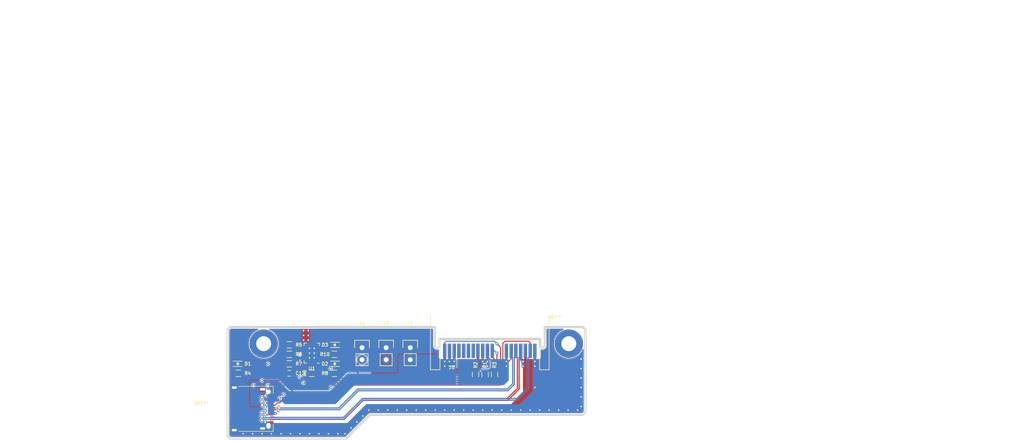
<source format=kicad_pcb>
(kicad_pcb (version 4) (host pcbnew 4.0.7)
  (layers (0 F.Cu signal) (1 In1.Cu signal) (2 In2.Cu signal) (31 B.Cu signal) (34 B.Paste user) (35 F.Paste user) (36 B.SilkS user) (37 F.SilkS user) (38 B.Mask user) (39 F.Mask user) (44 Edge.Cuts user hide))
  (net 0 "")
  (net 1 "Net-(C1-Pad1)")
  (net 2 GND)
  (net 3 /PE_3V3_AUX)
  (net 4 "Net-(D1-Pad1)")
  (net 5 "Net-(D2-Pad1)")
  (net 6 "Net-(D3-Pad1)")
  (net 7 +12V)
  (net 8 /PE_R0+)
  (net 9 +3V3)
  (net 10 /PERST#)
  (net 11 /BRIDGE_EN)
  (net 12 /PE_PRSNT1#)
  (net 13 /PE_REFCLK+)
  (net 14 /PE_REFCLK-)
  (net 15 /PE_T0+)
  (net 16 /PE_T0-)
  (net 17 /PE_3V3)
  (net 18 /PE_WAKE#)
  (net 19 "Net-(R5-Pad2)")
  (net 20 "Net-(R7-Pad1)")
  (net 21 "Net-(R8-Pad2)")
  (net 22 "Net-(R9-Pad1)")
  (net 23 "Net-(R10-Pad2)")
  (net 24 /PE_R0-)
  (net 25 /PE_PRSNT2#)
  (module Capacitors_SMD:C_0603 (layer F.Cu) (at 110.75 97.25 180)
    (fp_text reference C1 (at -2 0 180) (layer F.SilkS) (effects (font (size 0.7 0.7))))
    (fp_text value C_Small)
    (pad 1 smd rect (at -0.75 0 180) (size 0.8 0.75) (layers F.Cu F.Paste F.Mask) (net 1 "Net-(C1-Pad1)"))
    (pad 2 smd rect (at 0.75 0 180) (size 0.8 0.75) (layers F.Cu F.Paste F.Mask) (net 2 GND))
  )
  (module LEDs:LED_0603 (layer F.Cu) (at 100 95.25)
    (fp_text reference D1 (at 2 0) (layer F.SilkS) (effects (font (size 0.7 0.7))))
    (fp_text value Green)
    (pad 2 smd rect (at 0.7493 0 180) (size 0.79756 0.79756) (layers F.Cu F.Paste F.Mask) (net 3 /PE_3V3_AUX))
    (pad 1 smd rect (at -0.7493 0 180) (size 0.79756 0.79756) (layers F.Cu F.Paste F.Mask) (net 4 "Net-(D1-Pad1)"))
  )
  (module LEDs:LED_0603 (layer F.Cu) (at 120.25 95.25 180)
    (fp_text reference D2 (at 2 0 180) (layer F.SilkS) (effects (font (size 0.7 0.7))))
    (fp_text value Orange)
    (pad 2 smd rect (at 0.7493 0) (size 0.79756 0.79756) (layers F.Cu F.Paste F.Mask) (net 3 /PE_3V3_AUX))
    (pad 1 smd rect (at -0.7493 0) (size 0.79756 0.79756) (layers F.Cu F.Paste F.Mask) (net 5 "Net-(D2-Pad1)"))
  )
  (module LEDs:LED_0603 (layer F.Cu) (at 120.25 91.25 180)
    (fp_text reference D3 (at 2 0 180) (layer F.SilkS) (effects (font (size 0.7 0.7))))
    (fp_text value Green)
    (pad 2 smd rect (at 0.7493 0) (size 0.79756 0.79756) (layers F.Cu F.Paste F.Mask) (net 3 /PE_3V3_AUX))
    (pad 1 smd rect (at -0.7493 0) (size 0.79756 0.79756) (layers F.Cu F.Paste F.Mask) (net 6 "Net-(D3-Pad1)"))
  )
  (module Pin_Headers:Pin_Header_Straight_1x02 (layer F.Cu) (at 136.24 91.84)
    (fp_text reference J1 (at 0 -5.1) (layer F.SilkS) (effects (font (size 0.7 0.7))))
    (fp_text value Conn_01x02)
    (pad 1 thru_hole rect (at 0 0) (size 2.032 2.032) (drill 1.016) (layers *.Cu *.Mask) (net 2 GND))
    (pad 2 thru_hole oval (at 0 2.54) (size 2.032 2.032) (drill 1.016) (layers *.Cu *.Mask) (net 7 +12V))
  )
  (module pcie-mini-bridge-special:USB_C_Receptacle_Amphenol_12401610E4-2A (layer F.Cu) (at 102 104.75 270)
    (fp_text reference J2 (at 0 -6.36 270) (layer F.SilkS) (effects (font (size 0.7 0.7))))
    (fp_text value USB_C_Receptacle)
    (pad S1 thru_hole oval (at -4.13 -3.11 270) (size 0.8 1.4) (drill oval 0.5 1.1) (layers *.Cu *.Mask) (net 2 GND))
    (pad A1 smd rect (at -2.75 -5.02 270) (size 0.3 0.7) (layers F.Cu F.Paste F.Mask) (net 2 GND))
    (pad A2 smd rect (at -2.25 -5.02 270) (size 0.3 0.7) (layers F.Cu F.Paste F.Mask) (net 11 /BRIDGE_EN))
    (pad A3 smd rect (at -1.75 -5.02 270) (size 0.3 0.7) (layers F.Cu F.Paste F.Mask) (net 12 /PE_PRSNT1#))
    (pad A4 smd rect (at -1.25 -5.02 270) (size 0.3 0.7) (layers F.Cu F.Paste F.Mask) (net 9 +3V3))
    (pad A5 smd rect (at -0.75 -5.02 270) (size 0.3 0.7) (layers F.Cu F.Paste F.Mask) (net 3 /PE_3V3_AUX))
    (pad A6 smd rect (at -0.25 -5.02 270) (size 0.3 0.7) (layers F.Cu F.Paste F.Mask) (net 13 /PE_REFCLK+))
    (pad A7 smd rect (at 0.25 -5.02 270) (size 0.3 0.7) (layers F.Cu F.Paste F.Mask) (net 14 /PE_REFCLK-))
    (pad A12 smd rect (at 2.75 -5.02 270) (size 0.3 0.7) (layers F.Cu F.Paste F.Mask) (net 2 GND))
    (pad A10 smd rect (at 1.75 -5.02 270) (size 0.3 0.7) (layers F.Cu F.Paste F.Mask) (net 15 /PE_T0+))
    (pad A9 smd rect (at 1.25 -5.02 270) (size 0.3 0.7) (layers F.Cu F.Paste F.Mask) (net 9 +3V3))
    (pad A8 smd rect (at 0.75 -5.02 270) (size 0.3 0.7) (layers F.Cu F.Paste F.Mask) (net 7 +12V))
    (pad A11 smd rect (at 2.25 -5.02 270) (size 0.3 0.7) (layers F.Cu F.Paste F.Mask) (net 16 /PE_T0-))
    (pad S1 thru_hole oval (at 4.13 -3.11 270) (size 0.8 1.4) (drill oval 0.5 1.1) (layers *.Cu *.Mask) (net 2 GND))
    (pad S1 thru_hole oval (at 4.49 2.84 270) (size 0.8 1.4) (drill oval 0.5 1.1) (layers *.Cu *.Mask) (net 2 GND))
    (pad S1 thru_hole oval (at -4.49 2.84 270) (size 0.8 1.4) (drill oval 0.5 1.1) (layers *.Cu *.Mask) (net 2 GND))
    (pad "" np_thru_hole oval (at 3.6 -4.36 270) (size 0.95 0.65) (drill oval 0.95 0.65) (layers *.Cu *.Mask))
    (pad "" np_thru_hole circle (at -3.6 -4.36 270) (size 0.65 0.65) (drill 0.65) (layers *.Cu *.Mask))
    (pad B1 thru_hole circle (at 2.8 -3.7 270) (size 0.7 0.7) (drill 0.4) (layers *.Cu *.Mask) (net 2 GND))
    (pad B2 thru_hole circle (at 2.4 -3 270) (size 0.7 0.7) (drill 0.4) (layers *.Cu *.Mask) (net 24 /PE_R0-))
    (pad B3 thru_hole circle (at 1.6 -3 270) (size 0.7 0.7) (drill 0.4) (layers *.Cu *.Mask) (net 8 /PE_R0+))
    (pad B5 thru_hole circle (at 0.8 -3 270) (size 0.7 0.7) (drill 0.4) (layers *.Cu *.Mask))
    (pad B4 thru_hole circle (at 1.2 -3.7 270) (size 0.7 0.7) (drill 0.4) (layers *.Cu *.Mask) (net 9 +3V3))
    (pad B6 thru_hole circle (at 0.4 -3.7 270) (size 0.7 0.7) (drill 0.4) (layers *.Cu *.Mask))
    (pad B7 thru_hole circle (at -0.4 -3.7 270) (size 0.7 0.7) (drill 0.4) (layers *.Cu *.Mask))
    (pad B9 thru_hole circle (at -1.2 -3.7 270) (size 0.7 0.7) (drill 0.4) (layers *.Cu *.Mask) (net 9 +3V3))
    (pad B8 thru_hole circle (at -0.8 -3 270) (size 0.7 0.7) (drill 0.4) (layers *.Cu *.Mask) (net 7 +12V))
    (pad B10 thru_hole circle (at -1.6 -3 270) (size 0.7 0.7) (drill 0.4) (layers *.Cu *.Mask) (net 25 /PE_PRSNT2#))
    (pad B11 thru_hole circle (at -2.4 -3 270) (size 0.7 0.7) (drill 0.4) (layers *.Cu *.Mask) (net 10 /PERST#))
    (pad B12 thru_hole circle (at -2.8 -3.7 270) (size 0.7 0.7) (drill 0.4) (layers *.Cu *.Mask) (net 2 GND))
  )
  (module Pin_Headers:Pin_Header_Straight_1x02 (layer F.Cu) (at 131.16 91.84)
    (fp_text reference J3 (at 0 -5.1) (layer F.SilkS) (effects (font (size 0.7 0.7))))
    (fp_text value Conn_01x02)
    (pad 1 thru_hole rect (at 0 0) (size 2.032 2.032) (drill 1.016) (layers *.Cu *.Mask) (net 2 GND))
    (pad 2 thru_hole oval (at 0 2.54) (size 2.032 2.032) (drill 1.016) (layers *.Cu *.Mask) (net 17 /PE_3V3))
  )
  (module Pin_Headers:Pin_Header_Straight_1x02 (layer F.Cu) (at 126.08 91.84)
    (fp_text reference J4 (at 0 -5.1) (layer F.SilkS) (effects (font (size 0.7 0.7))))
    (fp_text value Conn_01x02)
    (pad 1 thru_hole rect (at 0 0) (size 2.032 2.032) (drill 1.016) (layers *.Cu *.Mask) (net 2 GND))
    (pad 2 thru_hole oval (at 0 2.54) (size 2.032 2.032) (drill 1.016) (layers *.Cu *.Mask) (net 3 /PE_3V3_AUX))
  )
  (module Resistors_SMD:R_0603 (layer F.Cu) (at 152 97.5 270)
    (fp_text reference R1 (at -2 0 270) (layer F.SilkS) (effects (font (size 0.7 0.7))))
    (fp_text value 1k)
    (pad 1 smd rect (at -0.75 0 270) (size 0.5 0.9) (layers F.Cu F.Paste F.Mask) (net 3 /PE_3V3_AUX))
    (pad 2 smd rect (at 0.75 0 270) (size 0.5 0.9) (layers F.Cu F.Paste F.Mask) (net 11 /BRIDGE_EN))
  )
  (module Resistors_SMD:R_0603 (layer F.Cu) (at 150 97.5 90)
    (fp_text reference R2 (at 2 0 90) (layer F.SilkS) (effects (font (size 0.7 0.7))))
    (fp_text value 1k)
    (pad 1 smd rect (at -0.75 0 90) (size 0.5 0.9) (layers F.Cu F.Paste F.Mask) (net 11 /BRIDGE_EN))
    (pad 2 smd rect (at 0.75 0 90) (size 0.5 0.9) (layers F.Cu F.Paste F.Mask) (net 2 GND))
  )
  (module Resistors_SMD:R_0603 (layer F.Cu) (at 154 97.5 270)
    (fp_text reference R3 (at -2 0 270) (layer F.SilkS) (effects (font (size 0.7 0.7))))
    (fp_text value 0)
    (pad 1 smd rect (at -0.75 0 270) (size 0.5 0.9) (layers F.Cu F.Paste F.Mask) (net 18 /PE_WAKE#))
    (pad 2 smd rect (at 0.75 0 270) (size 0.5 0.9) (layers F.Cu F.Paste F.Mask) (net 11 /BRIDGE_EN))
  )
  (module Resistors_SMD:R_0603 (layer F.Cu) (at 100 97.25)
    (fp_text reference R4 (at 2 0) (layer F.SilkS) (effects (font (size 0.7 0.7))))
    (fp_text value 220)
    (pad 1 smd rect (at -0.75 0) (size 0.5 0.9) (layers F.Cu F.Paste F.Mask) (net 4 "Net-(D1-Pad1)"))
    (pad 2 smd rect (at 0.75 0) (size 0.5 0.9) (layers F.Cu F.Paste F.Mask) (net 2 GND))
  )
  (module Resistors_SMD:R_0603 (layer F.Cu) (at 110.75 91.25)
    (fp_text reference R5 (at 2 0) (layer F.SilkS) (effects (font (size 0.7 0.7))))
    (fp_text value 27k)
    (pad 1 smd rect (at -0.75 0) (size 0.5 0.9) (layers F.Cu F.Paste F.Mask) (net 9 +3V3))
    (pad 2 smd rect (at 0.75 0) (size 0.5 0.9) (layers F.Cu F.Paste F.Mask) (net 19 "Net-(R5-Pad2)"))
  )
  (module Resistors_SMD:R_0603 (layer F.Cu) (at 110.75 93.25 180)
    (fp_text reference R6 (at -2 0 180) (layer F.SilkS) (effects (font (size 0.7 0.7))))
    (fp_text value 10k)
    (pad 1 smd rect (at -0.75 0 180) (size 0.5 0.9) (layers F.Cu F.Paste F.Mask) (net 19 "Net-(R5-Pad2)"))
    (pad 2 smd rect (at 0.75 0 180) (size 0.5 0.9) (layers F.Cu F.Paste F.Mask) (net 2 GND))
  )
  (module Resistors_SMD:R_0603 (layer F.Cu) (at 110.75 95.25 180)
    (fp_text reference R7 (at -2 0 180) (layer F.SilkS) (effects (font (size 0.7 0.7))))
    (fp_text value 27k)
    (pad 1 smd rect (at -0.75 0 180) (size 0.5 0.9) (layers F.Cu F.Paste F.Mask) (net 20 "Net-(R7-Pad1)"))
    (pad 2 smd rect (at 0.75 0 180) (size 0.5 0.9) (layers F.Cu F.Paste F.Mask) (net 2 GND))
  )
  (module Resistors_SMD:R_0603 (layer F.Cu) (at 120.25 97.25 180)
    (fp_text reference R8 (at 2 0 180) (layer F.SilkS) (effects (font (size 0.7 0.7))))
    (fp_text value 220)
    (pad 1 smd rect (at -0.75 0 180) (size 0.5 0.9) (layers F.Cu F.Paste F.Mask) (net 5 "Net-(D2-Pad1)"))
    (pad 2 smd rect (at 0.75 0 180) (size 0.5 0.9) (layers F.Cu F.Paste F.Mask) (net 21 "Net-(R8-Pad2)"))
  )
  (module Resistors_SMD:R_0603 (layer F.Cu) (at 115.5 97.25 180)
    (fp_text reference R9 (at 1.5 0 270) (layer F.SilkS) (effects (font (size 0.7 0.7))))
    (fp_text value 16.9k)
    (pad 1 smd rect (at -0.75 0 180) (size 0.5 0.9) (layers F.Cu F.Paste F.Mask) (net 22 "Net-(R9-Pad1)"))
    (pad 2 smd rect (at 0.75 0 180) (size 0.5 0.9) (layers F.Cu F.Paste F.Mask) (net 2 GND))
  )
  (module Resistors_SMD:R_0603 (layer F.Cu) (at 120.25 93.25 180)
    (fp_text reference R10 (at 2 0 180) (layer F.SilkS) (effects (font (size 0.7 0.7))))
    (fp_text value 220)
    (pad 1 smd rect (at -0.75 0 180) (size 0.5 0.9) (layers F.Cu F.Paste F.Mask) (net 6 "Net-(D3-Pad1)"))
    (pad 2 smd rect (at 0.75 0 180) (size 0.5 0.9) (layers F.Cu F.Paste F.Mask) (net 23 "Net-(R10-Pad2)"))
  )
  (module Housings_DFN_QFN:QFN-20-1EP_3x4mm_Pitch0.5mm (layer F.Cu) (at 115.5 93 180)
    (fp_text reference U1 (at 0 -3.25 180) (layer F.SilkS) (effects (font (size 0.7 0.7))))
    (fp_text value TPS2594xx)
    (pad 1 smd rect (at -1.4 -1.25 180) (size 0.7 0.25) (layers F.Cu F.Paste F.Mask))
    (pad 2 smd rect (at -1.4 -0.75 180) (size 0.7 0.25) (layers F.Cu F.Paste F.Mask) (net 23 "Net-(R10-Pad2)"))
    (pad 3 smd rect (at -1.4 -0.25 180) (size 0.7 0.25) (layers F.Cu F.Paste F.Mask) (net 17 /PE_3V3))
    (pad 4 smd rect (at -1.4 0.25 180) (size 0.7 0.25) (layers F.Cu F.Paste F.Mask) (net 17 /PE_3V3))
    (pad 5 smd rect (at -1.4 0.75 180) (size 0.7 0.25) (layers F.Cu F.Paste F.Mask) (net 17 /PE_3V3))
    (pad 6 smd rect (at -1.4 1.25 180) (size 0.7 0.25) (layers F.Cu F.Paste F.Mask) (net 17 /PE_3V3))
    (pad 7 smd rect (at -0.75 1.9 270) (size 0.7 0.25) (layers F.Cu F.Paste F.Mask) (net 17 /PE_3V3))
    (pad 8 smd rect (at -0.25 1.9 270) (size 0.7 0.25) (layers F.Cu F.Paste F.Mask) (net 17 /PE_3V3))
    (pad 9 smd rect (at 0.25 1.9 270) (size 0.7 0.25) (layers F.Cu F.Paste F.Mask) (net 9 +3V3))
    (pad 10 smd rect (at 0.75 1.9 270) (size 0.7 0.25) (layers F.Cu F.Paste F.Mask) (net 9 +3V3))
    (pad 11 smd rect (at 1.4 1.25 180) (size 0.7 0.25) (layers F.Cu F.Paste F.Mask) (net 9 +3V3))
    (pad 12 smd rect (at 1.4 0.75 180) (size 0.7 0.25) (layers F.Cu F.Paste F.Mask) (net 9 +3V3))
    (pad 13 smd rect (at 1.4 0.25 180) (size 0.7 0.25) (layers F.Cu F.Paste F.Mask) (net 9 +3V3))
    (pad 14 smd rect (at 1.4 -0.25 180) (size 0.7 0.25) (layers F.Cu F.Paste F.Mask) (net 11 /BRIDGE_EN))
    (pad 15 smd rect (at 1.4 -0.75 180) (size 0.7 0.25) (layers F.Cu F.Paste F.Mask) (net 19 "Net-(R5-Pad2)"))
    (pad 16 smd rect (at 1.4 -1.25 180) (size 0.7 0.25) (layers F.Cu F.Paste F.Mask) (net 2 GND))
    (pad 17 smd rect (at 0.75 -1.9 270) (size 0.7 0.25) (layers F.Cu F.Paste F.Mask) (net 20 "Net-(R7-Pad1)"))
    (pad 18 smd rect (at 0.25 -1.9 270) (size 0.7 0.25) (layers F.Cu F.Paste F.Mask) (net 1 "Net-(C1-Pad1)"))
    (pad 19 smd rect (at -0.25 -1.9 270) (size 0.7 0.25) (layers F.Cu F.Paste F.Mask) (net 22 "Net-(R9-Pad1)"))
    (pad 20 smd rect (at -0.75 -1.9 270) (size 0.7 0.25) (layers F.Cu F.Paste F.Mask) (net 21 "Net-(R8-Pad2)"))
    (pad 21 smd rect (at 0.4125 0.6625 180) (size 0.825 1.325) (layers F.Cu F.Paste F.Mask) (net 2 GND))
    (pad 21 smd rect (at 0.4125 -0.6625 180) (size 0.825 1.325) (layers F.Cu F.Paste F.Mask) (net 2 GND))
    (pad 21 smd rect (at -0.4125 0.6625 180) (size 0.825 1.325) (layers F.Cu F.Paste F.Mask) (net 2 GND))
    (pad 21 smd rect (at -0.4125 -0.6625 180) (size 0.825 1.325) (layers F.Cu F.Paste F.Mask) (net 2 GND))
  )
  (module pcie-mini-bridge-special:PCIe_SMDEdge_TE_5-1734857-x (layer F.Cu) (at 155 90)
    (fp_text reference J5 (at -10 6) (layer F.SilkS) (effects (font (size 0.7 0.7))))
    (fp_text value PCIe_x1)
    (pad B2 smd rect (at -10.5 2.5) (size 0.7 3) (layers F.Cu F.Paste F.Mask) (net 7 +12V))
    (pad B3 smd rect (at -9.5 2.5) (size 0.7 3) (layers F.Cu F.Paste F.Mask) (net 7 +12V))
    (pad B4 smd rect (at -8.5 2.5) (size 0.7 3) (layers F.Cu F.Paste F.Mask) (net 2 GND))
    (pad B5 smd rect (at -7.5 2.5) (size 0.7 3) (layers F.Cu F.Paste F.Mask))
    (pad B6 smd rect (at -6.5 2.5) (size 0.7 3) (layers F.Cu F.Paste F.Mask))
    (pad B7 smd rect (at -5.5 2.5) (size 0.7 3) (layers F.Cu F.Paste F.Mask) (net 2 GND))
    (pad B8 smd rect (at -4.5 2.5) (size 0.7 3) (layers F.Cu F.Paste F.Mask) (net 17 /PE_3V3))
    (pad B9 smd rect (at -3.5 2.5) (size 0.7 3) (layers F.Cu F.Paste F.Mask))
    (pad B10 smd rect (at -2.5 2.5) (size 0.7 3) (layers F.Cu F.Paste F.Mask) (net 3 /PE_3V3_AUX))
    (pad B11 smd rect (at -1.5 2.5) (size 0.7 3) (layers F.Cu F.Paste F.Mask) (net 18 /PE_WAKE#))
    (pad B12 smd rect (at 1.5 2.5) (size 0.7 3) (layers F.Cu F.Paste F.Mask))
    (pad B13 smd rect (at 2.5 2.5) (size 0.7 3) (layers F.Cu F.Paste F.Mask) (net 2 GND))
    (pad B14 smd rect (at 3.5 2.5) (size 0.7 3) (layers F.Cu F.Paste F.Mask) (net 15 /PE_T0+))
    (pad B15 smd rect (at 4.5 2.5) (size 0.7 3) (layers F.Cu F.Paste F.Mask) (net 16 /PE_T0-))
    (pad B16 smd rect (at 5.5 2.5) (size 0.7 3) (layers F.Cu F.Paste F.Mask) (net 2 GND))
    (pad B17 smd rect (at 6.5 2.5) (size 0.7 3) (layers F.Cu F.Paste F.Mask) (net 25 /PE_PRSNT2#))
    (pad A1 smd rect (at -11.5 2.5) (size 0.7 3) (layers B.Cu F.Paste F.Mask) (net 12 /PE_PRSNT1#))
    (pad A3 smd rect (at -9.5 2.5) (size 0.7 3) (layers B.Cu F.Paste F.Mask) (net 7 +12V))
    (pad A4 smd rect (at -8.5 2.5) (size 0.7 3) (layers B.Cu F.Paste F.Mask) (net 2 GND))
    (pad A5 smd rect (at -7.5 2.5) (size 0.7 3) (layers B.Cu F.Paste F.Mask))
    (pad A6 smd rect (at -6.5 2.5) (size 0.7 3) (layers B.Cu F.Paste F.Mask))
    (pad A7 smd rect (at -5.5 2.5) (size 0.7 3) (layers B.Cu F.Paste F.Mask))
    (pad A8 smd rect (at -4.5 2.5) (size 0.7 3) (layers B.Cu F.Paste F.Mask))
    (pad A9 smd rect (at -3.5 2.5) (size 0.7 3) (layers B.Cu F.Paste F.Mask) (net 17 /PE_3V3))
    (pad A10 smd rect (at -2.5 2.5) (size 0.7 3) (layers B.Cu F.Paste F.Mask) (net 17 /PE_3V3))
    (pad A11 smd rect (at -1.5 2.5) (size 0.7 3) (layers B.Cu F.Paste F.Mask) (net 10 /PERST#))
    (pad A12 smd rect (at 1.5 2.5) (size 0.7 3) (layers B.Cu F.Paste F.Mask) (net 2 GND))
    (pad A13 smd rect (at 2.5 2.5) (size 0.7 3) (layers B.Cu F.Paste F.Mask) (net 13 /PE_REFCLK+))
    (pad A14 smd rect (at 3.5 2.5) (size 0.7 3) (layers B.Cu F.Paste F.Mask) (net 14 /PE_REFCLK-))
    (pad A15 smd rect (at 4.5 2.5) (size 0.7 3) (layers B.Cu F.Paste F.Mask) (net 2 GND))
    (pad A16 smd rect (at 5.5 2.5) (size 0.7 3) (layers B.Cu F.Paste F.Mask) (net 8 /PE_R0+))
    (pad A17 smd rect (at 6.5 2.5) (size 0.7 3) (layers B.Cu F.Paste F.Mask) (net 24 /PE_R0-))
    (pad B1 smd rect (at -11.5 2.5) (size 0.7 3) (layers F.Cu F.Paste F.Mask) (net 7 +12V))
    (pad B18 smd rect (at 7.5 2.5) (size 0.7 3) (layers F.Cu F.Paste F.Mask) (net 2 GND))
    (pad A2 smd rect (at -10.5 2.5) (size 0.7 3) (layers B.Cu F.Paste F.Mask) (net 7 +12V))
    (pad A18 smd rect (at 7.5 2.5) (size 0.7 3) (layers B.Cu F.Paste F.Mask) (net 2 GND))
  )
  (module pcie-mini-bridge-special:PCIe_CardOutline_x1_LPHL (layer F.Cu) (at 155 87.5)
    (fp_text reference REF** (at 11.85 -2.05) (layer F.SilkS) (effects (font (size 0.7 0.7))))
    (fp_text value PCIe_CardOutline_x1_LPHL)
  )
  (module pcie-mini-bridge-special:USB_C_PlugOutline (layer F.Cu) (at 94.9 104.725 180)
    (fp_text reference REF** (at 2.65 1.05 180) (layer F.SilkS) (effects (font (size 0.7 0.7))))
    (fp_text value USB_C_PlugOutline)
  )
  (module pcie-mini-bridge-special:hole-m3 (layer F.Cu) (at 169.65 91)
    (fp_text reference H1 hide)
    (fp_text value hole hide)
    (pad 1 thru_hole circle (at 0 0) (size 6 6) (drill 3.15) (layers *.Cu *.Mask))
  )
  (module pcie-mini-bridge-special:hole-m3 (layer F.Cu) (at 105.35 91)
    (fp_text reference H2 hide)
    (fp_text value hole hide)
    (pad 1 thru_hole circle (at 0 0) (size 6 6) (drill 3.15) (layers *.Cu *.Mask))
  )
  (gr_line (start 164.6 91.4) (end 164.6 87.5) (layer Edge.Cuts) (width 0.46))
  (gr_line (start 141.4 91.4) (end 141.4 87.5) (layer Edge.Cuts) (width 0.46))
  (gr_line (start 142.4 90) (end 142.4 91.4) (layer Edge.Cuts) (width 0.46))
  (gr_line (start 163.6 90) (end 142.4 90) (layer Edge.Cuts) (width 0.46))
  (gr_line (start 163.6 91.4) (end 163.6 90) (layer Edge.Cuts) (width 0.46))
  (gr_arc (start 164.1 91.4) (end 164.6 91.4) (angle 180) (layer Edge.Cuts) (width 0.46))
  (gr_arc (start 141.9 91.4) (end 142.4 91.4) (angle 180) (layer Edge.Cuts) (width 0.46))
  (gr_line (start 172.65 87.5) (end 164.6 87.5) (layer Edge.Cuts) (width 0.46))
  (gr_line (start 173.15 88) (end 172.65 87.5) (layer Edge.Cuts) (width 0.46))
  (gr_line (start 173.15 105.5) (end 172.65 106) (layer Edge.Cuts) (width 0.46))
  (gr_line (start 173.15 88) (end 173.15 105.5) (layer Edge.Cuts) (width 0.46))
  (gr_line (start 97.75 110.5) (end 98.25 111) (layer Edge.Cuts) (width 0.46))
  (gr_line (start 97.75 88) (end 98.25 87.5) (layer Edge.Cuts) (width 0.46))
  (gr_line (start 127.75 106) (end 122.75 111) (layer Edge.Cuts) (width 0.46))
  (gr_line (start 172.65 106) (end 127.75 106) (layer Edge.Cuts) (width 0.46))
  (gr_line (start 98.25 111) (end 122.75 111) (layer Edge.Cuts) (width 0.46))
  (gr_line (start 97.75 88) (end 97.75 110.5) (layer Edge.Cuts) (width 0.46))
  (gr_line (start 141.4 87.5) (end 98.25 87.5) (layer Edge.Cuts) (width 0.46))
  (segment (start 112.25 95.75) (end 111.5 96.5) (width 0.2032) (layer F.Cu) (net 1))
  (segment (start 111.5 96.5) (end 111.5 97.25) (width 0.2032) (layer F.Cu) (net 1))
  (segment (start 114.9532 95.75) (end 112.25 95.75) (width 0.2032) (layer F.Cu) (net 1))
  (segment (start 115.25 94.9) (end 115.25 95.4532) (width 0.2032) (layer F.Cu) (net 1))
  (segment (start 115.25 95.4532) (end 114.9532 95.75) (width 0.2032) (layer F.Cu) (net 1))
  (segment (start 114.75 97.25) (end 114 97.25) (width 0.2032) (layer F.Cu) (net 2))
  (via (at 114 97.25) (size 0.6096) (drill 0.3048) (layers F.Cu B.Cu) (net 2))
  (segment (start 107.02 107.5) (end 105.75 107.5) (width 0.2032) (layer F.Cu) (net 2))
  (segment (start 105.75 107.5) (end 105.7 107.55) (width 0.2032) (layer F.Cu) (net 2))
  (segment (start 107.02 102) (end 105.75 102) (width 0.2032) (layer F.Cu) (net 2))
  (segment (start 105.75 102) (end 105.7 101.95) (width 0.2032) (layer F.Cu) (net 2))
  (segment (start 112.318948 94.25) (end 110 94.25) (width 0.2032) (layer F.Cu) (net 2))
  (segment (start 110 95.25) (end 110 97.25) (width 0.2032) (layer F.Cu) (net 2))
  (segment (start 113 94.5) (end 112.568948 94.5) (width 0.2032) (layer F.Cu) (net 2))
  (segment (start 112.568948 94.5) (end 112.318948 94.25) (width 0.2032) (layer F.Cu) (net 2))
  (segment (start 113.2968 94.5) (end 113 94.5) (width 0.2032) (layer F.Cu) (net 2))
  (via (at 113 94.5) (size 0.6096) (drill 0.3048) (layers F.Cu B.Cu) (net 2))
  (segment (start 114.1 94.25) (end 113.5468 94.25) (width 0.2032) (layer F.Cu) (net 2))
  (segment (start 113.5468 94.25) (end 113.2968 94.5) (width 0.2032) (layer F.Cu) (net 2))
  (segment (start 115.9125 93.6625) (end 115.9125 93.9125) (width 0.2032) (layer F.Cu) (net 2))
  (segment (start 115.9125 93.9125) (end 116 94) (width 0.2032) (layer F.Cu) (net 2))
  (segment (start 115.9125 93.6625) (end 115.9125 93.0875) (width 0.2032) (layer F.Cu) (net 2))
  (segment (start 115.9125 93.0875) (end 116 93) (width 0.2032) (layer F.Cu) (net 2))
  (segment (start 115.9125 92.3375) (end 115.9125 92.9125) (width 0.2032) (layer F.Cu) (net 2))
  (segment (start 115.9125 92.9125) (end 116 93) (width 0.2032) (layer F.Cu) (net 2))
  (segment (start 115.9125 92.3375) (end 115.9125 92.0875) (width 0.2032) (layer F.Cu) (net 2))
  (segment (start 115.9125 92.0875) (end 116 92) (width 0.2032) (layer F.Cu) (net 2))
  (segment (start 115.0875 92.3375) (end 115.0875 92.0875) (width 0.2032) (layer F.Cu) (net 2))
  (segment (start 115.0875 92.0875) (end 115 92) (width 0.2032) (layer F.Cu) (net 2))
  (segment (start 115.0875 92.3375) (end 115.0875 92.9125) (width 0.2032) (layer F.Cu) (net 2))
  (segment (start 115.0875 92.9125) (end 115 93) (width 0.2032) (layer F.Cu) (net 2))
  (segment (start 115.0875 93.6625) (end 115.0875 93.0875) (width 0.2032) (layer F.Cu) (net 2))
  (segment (start 115.0875 93.0875) (end 115 93) (width 0.2032) (layer F.Cu) (net 2))
  (segment (start 115.0875 93.6625) (end 115.0875 93.9125) (width 0.2032) (layer F.Cu) (net 2))
  (segment (start 115.0875 93.9125) (end 115 94) (width 0.2032) (layer F.Cu) (net 2))
  (segment (start 114.1 94.25) (end 114.75 94.25) (width 0.2032) (layer F.Cu) (net 2))
  (segment (start 114.75 94.25) (end 115 94) (width 0.2032) (layer F.Cu) (net 2))
  (via (at 116 94) (size 0.6096) (drill 0.3048) (layers F.Cu B.Cu) (net 2))
  (via (at 116 93) (size 0.6096) (drill 0.3048) (layers F.Cu B.Cu) (net 2))
  (via (at 116 92) (size 0.6096) (drill 0.3048) (layers F.Cu B.Cu) (net 2))
  (via (at 115 92) (size 0.6096) (drill 0.3048) (layers F.Cu B.Cu) (net 2))
  (via (at 115 93) (size 0.6096) (drill 0.3048) (layers F.Cu B.Cu) (net 2))
  (via (at 115 94) (size 0.6096) (drill 0.3048) (layers F.Cu B.Cu) (net 2))
  (segment (start 157.5 92.5) (end 157.5 94.2032) (width 0.2032) (layer F.Cu) (net 2))
  (segment (start 157.5 94.2032) (end 156.9532 94.75) (width 0.2032) (layer F.Cu) (net 2))
  (segment (start 156.9532 94.75) (end 156.931052 94.75) (width 0.2032) (layer F.Cu) (net 2))
  (segment (start 156.931052 94.75) (end 156.5 94.75) (width 0.2032) (layer F.Cu) (net 2))
  (segment (start 110 94.25) (end 110 93.25) (width 0.2032) (layer F.Cu) (net 2))
  (segment (start 110 95.25) (end 110 94.25) (width 0.2032) (layer F.Cu) (net 2))
  (segment (start 162.5 92.5) (end 162.5 94.75) (width 0.2032) (layer F.Cu) (net 2))
  (segment (start 160.5 92.5) (end 160.5 94.25) (width 0.2032) (layer F.Cu) (net 2))
  (segment (start 160.5 94.25) (end 160 94.75) (width 0.2032) (layer F.Cu) (net 2))
  (segment (start 162.5 100.25) (end 162.5 104) (width 0.2032) (layer B.Cu) (net 2))
  (segment (start 162.5 104) (end 161.5 105) (width 0.2032) (layer B.Cu) (net 2))
  (segment (start 162.5 95.75) (end 162.5 100.25) (width 0.2032) (layer B.Cu) (net 2))
  (via (at 162.5 100.25) (size 0.6096) (drill 0.3048) (layers F.Cu B.Cu) (net 2))
  (segment (start 172.25 96.25) (end 172.25 94.25) (width 0.2032) (layer B.Cu) (net 2))
  (via (at 172.25 94.25) (size 0.6096) (drill 0.3048) (layers F.Cu B.Cu) (net 2))
  (segment (start 172.25 98.25) (end 172.25 96.25) (width 0.2032) (layer B.Cu) (net 2))
  (via (at 172.25 96.25) (size 0.6096) (drill 0.3048) (layers F.Cu B.Cu) (net 2))
  (segment (start 172.25 100.25) (end 172.25 98.25) (width 0.2032) (layer B.Cu) (net 2))
  (via (at 172.25 98.25) (size 0.6096) (drill 0.3048) (layers F.Cu B.Cu) (net 2))
  (segment (start 172.25 102.25) (end 172.25 100.25) (width 0.2032) (layer B.Cu) (net 2))
  (via (at 172.25 100.25) (size 0.6096) (drill 0.3048) (layers F.Cu B.Cu) (net 2))
  (segment (start 172.25 104.25) (end 172.25 102.25) (width 0.2032) (layer B.Cu) (net 2))
  (via (at 172.25 102.25) (size 0.6096) (drill 0.3048) (layers F.Cu B.Cu) (net 2))
  (segment (start 171.5 105) (end 172.25 104.25) (width 0.2032) (layer B.Cu) (net 2))
  (via (at 172.25 104.25) (size 0.6096) (drill 0.3048) (layers F.Cu B.Cu) (net 2))
  (segment (start 169.5 105) (end 171.5 105) (width 0.2032) (layer B.Cu) (net 2))
  (via (at 171.5 105) (size 0.6096) (drill 0.3048) (layers F.Cu B.Cu) (net 2))
  (segment (start 167.5 105) (end 169.5 105) (width 0.2032) (layer B.Cu) (net 2))
  (via (at 169.5 105) (size 0.6096) (drill 0.3048) (layers F.Cu B.Cu) (net 2))
  (segment (start 165.5 105) (end 167.5 105) (width 0.2032) (layer B.Cu) (net 2))
  (via (at 167.5 105) (size 0.6096) (drill 0.3048) (layers F.Cu B.Cu) (net 2))
  (segment (start 163.5 105) (end 165.5 105) (width 0.2032) (layer B.Cu) (net 2))
  (via (at 165.5 105) (size 0.6096) (drill 0.3048) (layers F.Cu B.Cu) (net 2))
  (segment (start 161.5 105) (end 163.5 105) (width 0.2032) (layer B.Cu) (net 2))
  (via (at 163.5 105) (size 0.6096) (drill 0.3048) (layers F.Cu B.Cu) (net 2))
  (segment (start 159.5 105) (end 161.5 105) (width 0.2032) (layer B.Cu) (net 2))
  (via (at 161.5 105) (size 0.6096) (drill 0.3048) (layers F.Cu B.Cu) (net 2))
  (segment (start 157.5 105) (end 159.5 105) (width 0.2032) (layer B.Cu) (net 2))
  (via (at 159.5 105) (size 0.6096) (drill 0.3048) (layers F.Cu B.Cu) (net 2))
  (segment (start 155.5 105) (end 157.5 105) (width 0.2032) (layer B.Cu) (net 2))
  (via (at 157.5 105) (size 0.6096) (drill 0.3048) (layers F.Cu B.Cu) (net 2))
  (segment (start 153.5 105) (end 155.5 105) (width 0.2032) (layer B.Cu) (net 2))
  (via (at 155.5 105) (size 0.6096) (drill 0.3048) (layers F.Cu B.Cu) (net 2))
  (segment (start 151.5 105) (end 153.5 105) (width 0.2032) (layer B.Cu) (net 2))
  (via (at 153.5 105) (size 0.6096) (drill 0.3048) (layers F.Cu B.Cu) (net 2))
  (segment (start 149.5 105) (end 151.5 105) (width 0.2032) (layer B.Cu) (net 2))
  (via (at 151.5 105) (size 0.6096) (drill 0.3048) (layers F.Cu B.Cu) (net 2))
  (segment (start 147.5 105) (end 149.5 105) (width 0.2032) (layer B.Cu) (net 2))
  (via (at 149.5 105) (size 0.6096) (drill 0.3048) (layers F.Cu B.Cu) (net 2))
  (segment (start 145.5 105) (end 147.5 105) (width 0.2032) (layer B.Cu) (net 2))
  (via (at 147.5 105) (size 0.6096) (drill 0.3048) (layers F.Cu B.Cu) (net 2))
  (segment (start 143.5 105) (end 145.5 105) (width 0.2032) (layer B.Cu) (net 2))
  (via (at 145.5 105) (size 0.6096) (drill 0.3048) (layers F.Cu B.Cu) (net 2))
  (segment (start 141.5 105) (end 143.5 105) (width 0.2032) (layer B.Cu) (net 2))
  (via (at 143.5 105) (size 0.6096) (drill 0.3048) (layers F.Cu B.Cu) (net 2))
  (segment (start 139.5 105) (end 141.5 105) (width 0.2032) (layer B.Cu) (net 2))
  (via (at 141.5 105) (size 0.6096) (drill 0.3048) (layers F.Cu B.Cu) (net 2))
  (segment (start 137.5 105) (end 139.5 105) (width 0.2032) (layer B.Cu) (net 2))
  (via (at 139.5 105) (size 0.6096) (drill 0.3048) (layers F.Cu B.Cu) (net 2))
  (segment (start 135.5 105) (end 137.5 105) (width 0.2032) (layer B.Cu) (net 2))
  (via (at 137.5 105) (size 0.6096) (drill 0.3048) (layers F.Cu B.Cu) (net 2))
  (segment (start 133.5 105) (end 135.5 105) (width 0.2032) (layer B.Cu) (net 2))
  (via (at 135.5 105) (size 0.6096) (drill 0.3048) (layers F.Cu B.Cu) (net 2))
  (segment (start 131.5 105) (end 133.5 105) (width 0.2032) (layer B.Cu) (net 2))
  (via (at 133.5 105) (size 0.6096) (drill 0.3048) (layers F.Cu B.Cu) (net 2))
  (segment (start 129.5 105) (end 131.5 105) (width 0.2032) (layer B.Cu) (net 2))
  (via (at 131.5 105) (size 0.6096) (drill 0.3048) (layers F.Cu B.Cu) (net 2))
  (segment (start 127.5 105) (end 129.5 105) (width 0.2032) (layer B.Cu) (net 2))
  (via (at 129.5 105) (size 0.6096) (drill 0.3048) (layers F.Cu B.Cu) (net 2))
  (segment (start 122.5 110) (end 123.75 108.75) (width 0.2032) (layer B.Cu) (net 2))
  (segment (start 126.25 106.25) (end 127.5 105) (width 0.2032) (layer B.Cu) (net 2))
  (via (at 127.5 105) (size 0.6096) (drill 0.3048) (layers F.Cu B.Cu) (net 2))
  (segment (start 125 107.5) (end 126.25 106.25) (width 0.2032) (layer B.Cu) (net 2))
  (via (at 126.25 106.25) (size 0.6096) (drill 0.3048) (layers F.Cu B.Cu) (net 2))
  (segment (start 123.75 108.75) (end 125 107.5) (width 0.2032) (layer B.Cu) (net 2))
  (via (at 125 107.5) (size 0.6096) (drill 0.3048) (layers F.Cu B.Cu) (net 2))
  (via (at 123.75 108.75) (size 0.6096) (drill 0.3048) (layers F.Cu B.Cu) (net 2))
  (segment (start 121 110) (end 122.5 110) (width 0.2032) (layer B.Cu) (net 2))
  (via (at 122.5 110) (size 0.6096) (drill 0.3048) (layers F.Cu B.Cu) (net 2))
  (segment (start 119 110) (end 121 110) (width 0.2032) (layer B.Cu) (net 2))
  (via (at 121 110) (size 0.6096) (drill 0.3048) (layers F.Cu B.Cu) (net 2))
  (segment (start 117 110) (end 119 110) (width 0.2032) (layer B.Cu) (net 2))
  (via (at 119 110) (size 0.6096) (drill 0.3048) (layers F.Cu B.Cu) (net 2))
  (segment (start 115 110) (end 117 110) (width 0.2032) (layer B.Cu) (net 2))
  (via (at 117 110) (size 0.6096) (drill 0.3048) (layers F.Cu B.Cu) (net 2))
  (segment (start 113 110) (end 115 110) (width 0.2032) (layer B.Cu) (net 2))
  (via (at 115 110) (size 0.6096) (drill 0.3048) (layers F.Cu B.Cu) (net 2))
  (segment (start 111 110) (end 113 110) (width 0.2032) (layer B.Cu) (net 2))
  (via (at 113 110) (size 0.6096) (drill 0.3048) (layers F.Cu B.Cu) (net 2))
  (segment (start 109 110) (end 111 110) (width 0.2032) (layer B.Cu) (net 2))
  (via (at 111 110) (size 0.6096) (drill 0.3048) (layers F.Cu B.Cu) (net 2))
  (segment (start 107 110) (end 109 110) (width 0.2032) (layer B.Cu) (net 2))
  (via (at 109 110) (size 0.6096) (drill 0.3048) (layers F.Cu B.Cu) (net 2))
  (segment (start 105 110) (end 107 110) (width 0.2032) (layer B.Cu) (net 2))
  (via (at 107 110) (size 0.6096) (drill 0.3048) (layers F.Cu B.Cu) (net 2))
  (segment (start 103 110) (end 105 110) (width 0.2032) (layer B.Cu) (net 2))
  (via (at 105 110) (size 0.6096) (drill 0.3048) (layers F.Cu B.Cu) (net 2))
  (segment (start 101 110) (end 103 110) (width 0.2032) (layer B.Cu) (net 2))
  (via (at 103 110) (size 0.6096) (drill 0.3048) (layers F.Cu B.Cu) (net 2))
  (segment (start 99.16 109.24) (end 100.24 109.24) (width 0.2032) (layer B.Cu) (net 2))
  (segment (start 100.24 109.24) (end 101 110) (width 0.2032) (layer B.Cu) (net 2))
  (via (at 101 110) (size 0.6096) (drill 0.3048) (layers F.Cu B.Cu) (net 2))
  (segment (start 162.5 94.75) (end 162.5 95.75) (width 0.2032) (layer B.Cu) (net 2))
  (via (at 162.5 95.75) (size 0.6096) (drill 0.3048) (layers F.Cu B.Cu) (net 2))
  (segment (start 162.5 92.5) (end 162.5 94.75) (width 0.2032) (layer B.Cu) (net 2))
  (via (at 162.5 94.75) (size 0.6096) (drill 0.3048) (layers F.Cu B.Cu) (net 2))
  (segment (start 156.5 94.75) (end 156.5 95.75) (width 0.2032) (layer B.Cu) (net 2))
  (via (at 156.5 95.75) (size 0.6096) (drill 0.3048) (layers F.Cu B.Cu) (net 2))
  (segment (start 156.5 92.5) (end 156.5 94.75) (width 0.2032) (layer B.Cu) (net 2))
  (via (at 156.5 94.75) (size 0.6096) (drill 0.3048) (layers F.Cu B.Cu) (net 2))
  (segment (start 150 96.75) (end 151 96.75) (width 0.2032) (layer F.Cu) (net 2))
  (via (at 151 96.75) (size 0.6096) (drill 0.3048) (layers F.Cu B.Cu) (net 2))
  (segment (start 160 94.75) (end 160 95.75) (width 0.6096) (layer B.Cu) (net 2))
  (via (at 160 95.75) (size 0.6096) (drill 0.3048) (layers F.Cu B.Cu) (net 2))
  (segment (start 159.5 92.5) (end 159.5 94.2032) (width 0.6096) (layer B.Cu) (net 2))
  (segment (start 159.5 94.2032) (end 160 94.7032) (width 0.6096) (layer B.Cu) (net 2))
  (segment (start 160 94.7032) (end 160 94.75) (width 0.2032) (layer B.Cu) (net 2))
  (via (at 160 94.75) (size 0.6096) (drill 0.3048) (layers F.Cu B.Cu) (net 2))
  (segment (start 111.75 100) (end 111.5 99.75) (width 0.2032) (layer F.Cu) (net 3))
  (segment (start 112 100.25) (end 111.75 100) (width 0.2032) (layer F.Cu) (net 3))
  (segment (start 111.75 100) (end 111.75 100.5) (width 0.2032) (layer F.Cu) (net 3))
  (segment (start 106.25 95.25) (end 100.7493 95.25) (width 0.2032) (layer F.Cu) (net 3))
  (via (at 106.25 95.25) (size 0.6096) (drill 0.3048) (layers F.Cu B.Cu) (net 3))
  (segment (start 111.5 99.75) (end 106.25 99.75) (width 0.2032) (layer F.Cu) (net 3))
  (via (at 106.25 99.75) (size 0.6096) (drill 0.3048) (layers F.Cu B.Cu) (net 3))
  (segment (start 111.75 100.5) (end 112 100.25) (width 0.2032) (layer F.Cu) (net 3))
  (segment (start 108.75 103.5) (end 111.75 100.5) (width 0.2032) (layer F.Cu) (net 3))
  (segment (start 122.14872 94.14872) (end 124.25 96.25) (width 0.2032) (layer F.Cu) (net 3))
  (segment (start 124.25 96.25) (end 125.75 97.75) (width 0.2032) (layer F.Cu) (net 3))
  (segment (start 126.08 94.38) (end 124.25 96.21) (width 0.2032) (layer F.Cu) (net 3))
  (segment (start 124.25 96.21) (end 124.25 96.25) (width 0.2032) (layer F.Cu) (net 3))
  (segment (start 120.25 94.14872) (end 120.5 94.14872) (width 0.2032) (layer F.Cu) (net 3))
  (segment (start 120.5 94.14872) (end 122.14872 94.14872) (width 0.2032) (layer F.Cu) (net 3))
  (segment (start 120.25 93.89872) (end 120.5 94.14872) (width 0.2032) (layer F.Cu) (net 3))
  (segment (start 120 94.14872) (end 120.25 94.14872) (width 0.2032) (layer F.Cu) (net 3))
  (segment (start 120.25 93.89872) (end 120.25 94.14872) (width 0.2032) (layer F.Cu) (net 3))
  (segment (start 125.75 97.75) (end 149 97.75) (width 0.2032) (layer F.Cu) (net 3))
  (segment (start 149.25 97.5) (end 151.7032 97.5) (width 0.2032) (layer F.Cu) (net 3))
  (segment (start 149 97.75) (end 149.25 97.5) (width 0.2032) (layer F.Cu) (net 3))
  (segment (start 151.7032 97.5) (end 152 97.2032) (width 0.2032) (layer F.Cu) (net 3))
  (segment (start 152 97.2032) (end 152 96.75) (width 0.2032) (layer F.Cu) (net 3))
  (segment (start 120 94.14872) (end 119.5007 94.64802) (width 0.2032) (layer F.Cu) (net 3))
  (segment (start 120.25 93.89872) (end 120 94.14872) (width 0.2032) (layer F.Cu) (net 3))
  (segment (start 120.25 92.60128) (end 120.25 93.89872) (width 0.2032) (layer F.Cu) (net 3))
  (segment (start 119.5007 94.64802) (end 119.5007 95.25) (width 0.2032) (layer F.Cu) (net 3))
  (segment (start 119.5007 91.25) (end 119.5007 91.85198) (width 0.2032) (layer F.Cu) (net 3))
  (segment (start 119.5007 91.85198) (end 120.25 92.60128) (width 0.2032) (layer F.Cu) (net 3))
  (segment (start 112 100.25) (end 119.5 100.25) (width 0.2032) (layer F.Cu) (net 3))
  (via (at 119.5 100.25) (size 0.6096) (drill 0.3048) (layers F.Cu B.Cu) (net 3))
  (segment (start 108.25 103.5) (end 108.75 103.5) (width 0.2032) (layer F.Cu) (net 3))
  (segment (start 107.75 104) (end 108.25 103.5) (width 0.2032) (layer F.Cu) (net 3))
  (segment (start 107.5732 104) (end 107.75 104) (width 0.2032) (layer F.Cu) (net 3))
  (segment (start 107.02 104) (end 107.5732 104) (width 0.2032) (layer F.Cu) (net 3))
  (segment (start 119.5007 95.25) (end 119.5007 96.2493) (width 0.2032) (layer F.Cu) (net 3))
  (via (at 119.5 96.25) (size 0.6096) (drill 0.3048) (layers F.Cu B.Cu) (net 3))
  (segment (start 152.5 92.5) (end 152.5 93.761482) (width 0.2032) (layer F.Cu) (net 3))
  (segment (start 152.5 93.761482) (end 153.25 94.511482) (width 0.2032) (layer F.Cu) (net 3))
  (segment (start 153.25 94.511482) (end 153.25 96.1532) (width 0.2032) (layer F.Cu) (net 3))
  (segment (start 153.25 96.1532) (end 152.6532 96.75) (width 0.2032) (layer F.Cu) (net 3))
  (segment (start 152.6532 96.75) (end 152 96.75) (width 0.2032) (layer F.Cu) (net 3))
  (segment (start 99.25 97.25) (end 99.25 95.2507) (width 0.2032) (layer F.Cu) (net 4))
  (segment (start 99.25 95.2507) (end 99.2507 95.25) (width 0.2032) (layer F.Cu) (net 4))
  (segment (start 120.9993 95.25) (end 120.9993 97.2493) (width 0.2032) (layer F.Cu) (net 5))
  (segment (start 120.9993 97.2493) (end 121 97.25) (width 0.2032) (layer F.Cu) (net 5))
  (segment (start 121 93.25) (end 121 91.2507) (width 0.2032) (layer F.Cu) (net 6))
  (segment (start 121 91.2507) (end 120.9993 91.25) (width 0.2032) (layer F.Cu) (net 6))
  (segment (start 107.02 105.5) (end 107.578504 105.5) (width 0.2032) (layer F.Cu) (net 7))
  (segment (start 107.578504 105.5) (end 107.812149 105.733645) (width 0.2032) (layer F.Cu) (net 7))
  (via (at 107.812149 105.733645) (size 0.6096) (drill 0.3048) (layers F.Cu B.Cu) (net 7))
  (segment (start 143.5 94.75) (end 143.5 95.75) (width 0.2032) (layer F.Cu) (net 7))
  (via (at 143.5 95.75) (size 0.6096) (drill 0.3048) (layers F.Cu B.Cu) (net 7))
  (segment (start 144.5 94.75) (end 144.5 95.75) (width 0.2032) (layer F.Cu) (net 7))
  (via (at 144.5 95.75) (size 0.6096) (drill 0.3048) (layers F.Cu B.Cu) (net 7))
  (segment (start 145.5 94.75) (end 145.5 95.75) (width 0.2032) (layer F.Cu) (net 7))
  (via (at 145.5 95.75) (size 0.6096) (drill 0.3048) (layers F.Cu B.Cu) (net 7))
  (segment (start 145.5 92.5) (end 145.5 94.75) (width 0.2032) (layer B.Cu) (net 7))
  (segment (start 144.5 92.5) (end 144.5 94.75) (width 0.2032) (layer B.Cu) (net 7))
  (segment (start 143.5 92.5) (end 143.5 94.75) (width 0.2032) (layer F.Cu) (net 7))
  (via (at 143.5 94.75) (size 0.6096) (drill 0.3048) (layers F.Cu B.Cu) (net 7))
  (segment (start 144.5 92.5) (end 144.5 94.75) (width 0.2032) (layer F.Cu) (net 7))
  (via (at 144.5 94.75) (size 0.6096) (drill 0.3048) (layers F.Cu B.Cu) (net 7))
  (segment (start 145.5 92.5) (end 145.5 94.75) (width 0.2032) (layer F.Cu) (net 7))
  (via (at 145.5 94.75) (size 0.6096) (drill 0.3048) (layers F.Cu B.Cu) (net 7))
  (segment (start 105.218501 106.568501) (end 122.174822 106.5685) (width 0.236) (layer B.Cu) (net 8))
  (segment (start 122.174822 106.5685) (end 126.174822 102.5685) (width 0.236) (layer B.Cu) (net 8))
  (segment (start 105 106.35) (end 105.218501 106.568501) (width 0.236) (layer B.Cu) (net 8))
  (segment (start 126.174822 102.5685) (end 158.674822 102.5685) (width 0.236) (layer B.Cu) (net 8))
  (segment (start 158.674822 102.5685) (end 160.8185 100.424822) (width 0.236) (layer B.Cu) (net 8))
  (segment (start 160.8185 100.424822) (end 160.8185 93.9685) (width 0.236) (layer B.Cu) (net 8))
  (segment (start 160.8185 93.9685) (end 160.5 93.65) (width 0.236) (layer B.Cu) (net 8))
  (segment (start 160.5 93.65) (end 160.5 92.5) (width 0.236) (layer B.Cu) (net 8))
  (segment (start 110 91.25) (end 110 91.05) (width 0.2032) (layer F.Cu) (net 9))
  (segment (start 110 91.05) (end 110.8 90.25) (width 0.2032) (layer F.Cu) (net 9))
  (segment (start 110.8 90.25) (end 113.318948 90.25) (width 0.2032) (layer F.Cu) (net 9))
  (segment (start 113.318948 90.25) (end 113.75 90.25) (width 0.2032) (layer F.Cu) (net 9))
  (segment (start 114.1 92.25) (end 114.1 92.75) (width 0.2032) (layer F.Cu) (net 9))
  (segment (start 114.1 91.75) (end 114.1 92.25) (width 0.2032) (layer F.Cu) (net 9))
  (segment (start 114.75 91.1) (end 115.25 91.1) (width 0.2032) (layer F.Cu) (net 9))
  (segment (start 113.75 89.25) (end 113.75 88.25) (width 0.2032) (layer F.Cu) (net 9))
  (via (at 113.75 88.25) (size 0.6096) (drill 0.3048) (layers F.Cu B.Cu) (net 9))
  (segment (start 113.75 90.25) (end 113.75 89.25) (width 0.2032) (layer F.Cu) (net 9))
  (via (at 113.75 89.25) (size 0.6096) (drill 0.3048) (layers F.Cu B.Cu) (net 9))
  (segment (start 114.1 91.75) (end 114.1 90.6) (width 0.2032) (layer F.Cu) (net 9))
  (segment (start 114.1 90.6) (end 113.75 90.25) (width 0.2032) (layer F.Cu) (net 9))
  (via (at 113.75 90.25) (size 0.6096) (drill 0.3048) (layers F.Cu B.Cu) (net 9))
  (segment (start 114.75 89.25) (end 114.75 88.25) (width 0.2032) (layer F.Cu) (net 9))
  (via (at 114.75 88.25) (size 0.6096) (drill 0.3048) (layers F.Cu B.Cu) (net 9))
  (segment (start 114.75 90.25) (end 114.75 89.25) (width 0.2032) (layer F.Cu) (net 9))
  (via (at 114.75 89.25) (size 0.6096) (drill 0.3048) (layers F.Cu B.Cu) (net 9))
  (segment (start 114.75 91.1) (end 114.75 90.25) (width 0.2032) (layer F.Cu) (net 9))
  (via (at 114.75 90.25) (size 0.6096) (drill 0.3048) (layers F.Cu B.Cu) (net 9))
  (segment (start 107.02 106) (end 105.75 106) (width 0.2032) (layer F.Cu) (net 9))
  (segment (start 105.75 106) (end 105.7 105.95) (width 0.2032) (layer F.Cu) (net 9))
  (segment (start 107.02 103.5) (end 105.75 103.5) (width 0.2032) (layer F.Cu) (net 9))
  (segment (start 105.75 103.5) (end 105.7 103.55) (width 0.2032) (layer F.Cu) (net 9))
  (segment (start 114.018225 98.691199) (end 113.481775 98.691199) (width 0.2032) (layer F.Cu) (net 10))
  (segment (start 154.5 93) (end 154.5 96) (width 0.2032) (layer F.Cu) (net 10))
  (segment (start 154.5 96) (end 155 96.5) (width 0.2032) (layer F.Cu) (net 10))
  (segment (start 155 96.5) (end 155 98.5) (width 0.2032) (layer F.Cu) (net 10))
  (segment (start 155 98.5) (end 154.745999 98.754001) (width 0.2032) (layer F.Cu) (net 10))
  (segment (start 154.745999 98.754001) (end 149.004001 98.754001) (width 0.2032) (layer F.Cu) (net 10))
  (segment (start 149.004001 98.754001) (end 149 98.75) (width 0.2032) (layer F.Cu) (net 10))
  (segment (start 113.481775 98.691199) (end 113.422974 98.75) (width 0.2032) (layer F.Cu) (net 10))
  (segment (start 113.422974 98.75) (end 105.431052 98.75) (width 0.2032) (layer F.Cu) (net 10))
  (segment (start 105.431052 98.75) (end 105 98.75) (width 0.2032) (layer F.Cu) (net 10))
  (segment (start 149 98.75) (end 114.077026 98.75) (width 0.2032) (layer F.Cu) (net 10))
  (segment (start 114.077026 98.75) (end 114.018225 98.691199) (width 0.2032) (layer F.Cu) (net 10))
  (via (at 105 98.75) (size 0.6096) (drill 0.3048) (layers F.Cu B.Cu) (net 10))
  (segment (start 153.5 92.5) (end 154 92.5) (width 0.2032) (layer B.Cu) (net 10))
  (segment (start 154 92.5) (end 154.5 93) (width 0.2032) (layer B.Cu) (net 10))
  (via (at 154.5 93) (size 0.6096) (drill 0.3048) (layers F.Cu B.Cu) (net 10))
  (segment (start 108.3232 101.75) (end 109.5 101.75) (width 0.2032) (layer F.Cu) (net 11))
  (via (at 109.5 101.75) (size 0.6096) (drill 0.3048) (layers F.Cu B.Cu) (net 11))
  (segment (start 107.02 102.5) (end 107.5732 102.5) (width 0.2032) (layer F.Cu) (net 11))
  (segment (start 107.5732 102.5) (end 108.3232 101.75) (width 0.2032) (layer F.Cu) (net 11))
  (segment (start 125.75 98.25) (end 113.25 98.25) (width 0.2032) (layer F.Cu) (net 11))
  (segment (start 113 98) (end 113.25 98.25) (width 0.2032) (layer F.Cu) (net 11))
  (via (at 113 98) (size 0.6096) (drill 0.3048) (layers F.Cu B.Cu) (net 11))
  (segment (start 114.1 93.25) (end 113 93.25) (width 0.2032) (layer F.Cu) (net 11))
  (via (at 113 93.25) (size 0.6096) (drill 0.3048) (layers F.Cu B.Cu) (net 11))
  (segment (start 150 98.25) (end 125.75 98.25) (width 0.2032) (layer F.Cu) (net 11))
  (segment (start 152 98.25) (end 150 98.25) (width 0.2032) (layer F.Cu) (net 11))
  (segment (start 154 98.25) (end 152 98.25) (width 0.2032) (layer F.Cu) (net 11))
  (segment (start 113.75 99.25) (end 155 99.25) (width 0.2032) (layer F.Cu) (net 12))
  (segment (start 155 99.25) (end 155.5 98.75) (width 0.2032) (layer F.Cu) (net 12))
  (segment (start 155.25 91.75) (end 154.804799 91.304799) (width 0.2032) (layer F.Cu) (net 12))
  (segment (start 155.5 98.75) (end 155.5 96.25) (width 0.2032) (layer F.Cu) (net 12))
  (segment (start 155.5 96.25) (end 155.25 96) (width 0.2032) (layer F.Cu) (net 12))
  (segment (start 155.25 96) (end 155.25 91.75) (width 0.2032) (layer F.Cu) (net 12))
  (segment (start 154.804799 91.304799) (end 154.5 91) (width 0.2032) (layer F.Cu) (net 12))
  (via (at 113.75 99.25) (size 0.6096) (drill 0.3048) (layers F.Cu B.Cu) (net 12))
  (segment (start 107.02 103) (end 108.25 103) (width 0.2032) (layer F.Cu) (net 12))
  (segment (start 108.25 103) (end 108.75 102.5) (width 0.2032) (layer F.Cu) (net 12))
  (via (at 108.75 102.5) (size 0.6096) (drill 0.3048) (layers F.Cu B.Cu) (net 12))
  (segment (start 143.7968 90.5) (end 154 90.5) (width 0.2032) (layer B.Cu) (net 12))
  (segment (start 154 90.5) (end 154.5 91) (width 0.2032) (layer B.Cu) (net 12))
  (via (at 154.5 91) (size 0.6096) (drill 0.3048) (layers F.Cu B.Cu) (net 12))
  (segment (start 143.5 92.5) (end 143.5 90.7968) (width 0.2032) (layer B.Cu) (net 12))
  (segment (start 143.5 90.7968) (end 143.7968 90.5) (width 0.2032) (layer B.Cu) (net 12))
  (segment (start 157.8185 93.9685) (end 157.5 93.65) (width 0.236) (layer B.Cu) (net 13))
  (segment (start 157.5 93.65) (end 157.5 92.5) (width 0.236) (layer B.Cu) (net 13))
  (segment (start 108.686801 104.568501) (end 121.174821 104.568501) (width 0.236) (layer B.Cu) (net 13))
  (segment (start 108.5 104.3817) (end 108.686801 104.568501) (width 0.236) (layer B.Cu) (net 13))
  (segment (start 121.174821 104.568501) (end 125.174822 100.5685) (width 0.236) (layer B.Cu) (net 13))
  (segment (start 125.174822 100.5685) (end 156.674822 100.5685) (width 0.236) (layer B.Cu) (net 13))
  (segment (start 156.674822 100.5685) (end 157.8185 99.424822) (width 0.236) (layer B.Cu) (net 13))
  (segment (start 157.8185 99.424822) (end 157.8185 93.9685) (width 0.236) (layer B.Cu) (net 13))
  (via (at 108.5 104.3817) (size 0.6096) (drill 0.3048) (layers F.Cu B.Cu) (net 13))
  (segment (start 108.313199 104.568501) (end 108.5 104.3817) (width 0.236) (layer F.Cu) (net 13))
  (segment (start 107.02 104.5) (end 107.545 104.5) (width 0.236) (layer F.Cu) (net 13))
  (segment (start 107.545 104.5) (end 107.613501 104.568501) (width 0.236) (layer F.Cu) (net 13))
  (segment (start 107.613501 104.568501) (end 108.313199 104.568501) (width 0.236) (layer F.Cu) (net 13))
  (segment (start 108.686801 104.931499) (end 121.325179 104.931499) (width 0.236) (layer B.Cu) (net 14))
  (segment (start 158.1815 99.575178) (end 158.1815 93.9685) (width 0.236) (layer B.Cu) (net 14))
  (segment (start 158.1815 93.9685) (end 158.5 93.65) (width 0.236) (layer B.Cu) (net 14))
  (segment (start 108.5 105.1183) (end 108.686801 104.931499) (width 0.236) (layer B.Cu) (net 14))
  (segment (start 121.325179 104.931499) (end 125.325178 100.9315) (width 0.236) (layer B.Cu) (net 14))
  (segment (start 125.325178 100.9315) (end 156.825178 100.9315) (width 0.236) (layer B.Cu) (net 14))
  (segment (start 156.825178 100.9315) (end 158.1815 99.575178) (width 0.236) (layer B.Cu) (net 14))
  (segment (start 158.5 93.65) (end 158.5 92.5) (width 0.236) (layer B.Cu) (net 14))
  (via (at 108.5 105.1183) (size 0.6096) (drill 0.3048) (layers F.Cu B.Cu) (net 14))
  (segment (start 107.02 105) (end 107.545 105) (width 0.236) (layer F.Cu) (net 14))
  (segment (start 107.545 105) (end 107.613501 104.931499) (width 0.236) (layer F.Cu) (net 14))
  (segment (start 107.613501 104.931499) (end 108.313199 104.931499) (width 0.236) (layer F.Cu) (net 14))
  (segment (start 108.313199 104.931499) (end 108.5 105.1183) (width 0.236) (layer F.Cu) (net 14))
  (segment (start 107.6135 106.5685) (end 122.174822 106.5685) (width 0.236) (layer F.Cu) (net 15))
  (segment (start 107.545 106.5) (end 107.6135 106.5685) (width 0.236) (layer F.Cu) (net 15))
  (segment (start 156.674822 102.5685) (end 158.8185 100.424822) (width 0.236) (layer F.Cu) (net 15))
  (segment (start 107.02 106.5) (end 107.545 106.5) (width 0.236) (layer F.Cu) (net 15))
  (segment (start 158.8185 93.9685) (end 158.5 93.65) (width 0.236) (layer F.Cu) (net 15))
  (segment (start 158.8185 100.424822) (end 158.8185 93.9685) (width 0.236) (layer F.Cu) (net 15))
  (segment (start 122.174822 106.5685) (end 126.174822 102.5685) (width 0.236) (layer F.Cu) (net 15))
  (segment (start 126.174822 102.5685) (end 156.674822 102.5685) (width 0.236) (layer F.Cu) (net 15))
  (segment (start 158.5 93.65) (end 158.5 92.5) (width 0.236) (layer F.Cu) (net 15))
  (segment (start 159.1815 100.575178) (end 159.1815 93.9685) (width 0.236) (layer F.Cu) (net 16))
  (segment (start 107.02 107) (end 107.545 107) (width 0.236) (layer F.Cu) (net 16))
  (segment (start 107.6135 106.9315) (end 122.325178 106.9315) (width 0.236) (layer F.Cu) (net 16))
  (segment (start 107.545 107) (end 107.6135 106.9315) (width 0.236) (layer F.Cu) (net 16))
  (segment (start 122.325178 106.9315) (end 126.325178 102.9315) (width 0.236) (layer F.Cu) (net 16))
  (segment (start 159.1815 93.9685) (end 159.5 93.65) (width 0.236) (layer F.Cu) (net 16))
  (segment (start 159.5 93.65) (end 159.5 92.5) (width 0.236) (layer F.Cu) (net 16))
  (segment (start 156.825178 102.9315) (end 159.1815 100.575178) (width 0.236) (layer F.Cu) (net 16))
  (segment (start 126.325178 102.9315) (end 156.825178 102.9315) (width 0.236) (layer F.Cu) (net 16))
  (segment (start 115.75 91.1) (end 116.25 91.1) (width 0.2032) (layer F.Cu) (net 17))
  (segment (start 150.5 92.5) (end 150.5 94.2032) (width 0.2032) (layer F.Cu) (net 17))
  (segment (start 150.5 94.2032) (end 151.0468 94.75) (width 0.2032) (layer F.Cu) (net 17))
  (segment (start 151.0468 94.75) (end 151.068948 94.75) (width 0.2032) (layer F.Cu) (net 17))
  (segment (start 151.068948 94.75) (end 151.5 94.75) (width 0.2032) (layer F.Cu) (net 17))
  (segment (start 152.5 94.75) (end 152.5 95.75) (width 0.2032) (layer B.Cu) (net 17))
  (via (at 152.5 95.75) (size 0.6096) (drill 0.3048) (layers F.Cu B.Cu) (net 17))
  (segment (start 151.5 94.75) (end 151.5 95.75) (width 0.2032) (layer B.Cu) (net 17))
  (via (at 151.5 95.75) (size 0.6096) (drill 0.3048) (layers F.Cu B.Cu) (net 17))
  (segment (start 152.5 92.5) (end 152.5 94.75) (width 0.2032) (layer B.Cu) (net 17))
  (via (at 152.5 94.75) (size 0.6096) (drill 0.3048) (layers F.Cu B.Cu) (net 17))
  (segment (start 151.5 92.5) (end 151.5 94.75) (width 0.2032) (layer B.Cu) (net 17))
  (via (at 151.5 94.75) (size 0.6096) (drill 0.3048) (layers F.Cu B.Cu) (net 17))
  (segment (start 154 96.75) (end 154 94.25) (width 0.2032) (layer F.Cu) (net 18))
  (segment (start 154 94.25) (end 153.5 93.75) (width 0.2032) (layer F.Cu) (net 18))
  (segment (start 153.5 93.75) (end 153.5 92.5) (width 0.2032) (layer F.Cu) (net 18))
  (segment (start 111.9532 93.25) (end 111.5 93.25) (width 0.2032) (layer F.Cu) (net 19))
  (segment (start 113.3936 93.9032) (end 112.6064 93.9032) (width 0.2032) (layer F.Cu) (net 19))
  (segment (start 113.5468 93.75) (end 113.3936 93.9032) (width 0.2032) (layer F.Cu) (net 19))
  (segment (start 112.6064 93.9032) (end 111.9532 93.25) (width 0.2032) (layer F.Cu) (net 19))
  (segment (start 114.1 93.75) (end 113.5468 93.75) (width 0.2032) (layer F.Cu) (net 19))
  (segment (start 111.5 91.25) (end 111.5 93.25) (width 0.2032) (layer F.Cu) (net 19))
  (segment (start 114.35 94.9) (end 114 95.25) (width 0.2032) (layer F.Cu) (net 20))
  (segment (start 114 95.25) (end 111.5 95.25) (width 0.2032) (layer F.Cu) (net 20))
  (segment (start 114.75 94.9) (end 114.35 94.9) (width 0.2032) (layer F.Cu) (net 20))
  (segment (start 116.65 94.9) (end 119 97.25) (width 0.2032) (layer F.Cu) (net 21))
  (segment (start 119 97.25) (end 119.5 97.25) (width 0.2032) (layer F.Cu) (net 21))
  (segment (start 116.25 94.9) (end 116.65 94.9) (width 0.2032) (layer F.Cu) (net 21))
  (segment (start 116.25 95.9532) (end 116.25 97.25) (width 0.2032) (layer F.Cu) (net 22))
  (segment (start 115.75 94.9) (end 115.75 95.4532) (width 0.2032) (layer F.Cu) (net 22))
  (segment (start 115.75 95.4532) (end 116.25 95.9532) (width 0.2032) (layer F.Cu) (net 22))
  (segment (start 118.5 93.75) (end 119 93.25) (width 0.2032) (layer F.Cu) (net 23))
  (segment (start 119 93.25) (end 119.5 93.25) (width 0.2032) (layer F.Cu) (net 23))
  (segment (start 116.9 93.75) (end 118.5 93.75) (width 0.2032) (layer F.Cu) (net 23))
  (segment (start 105 107.15) (end 105.218501 106.931499) (width 0.236) (layer B.Cu) (net 24))
  (segment (start 122.325178 106.9315) (end 126.325178 102.9315) (width 0.236) (layer B.Cu) (net 24))
  (segment (start 126.325178 102.9315) (end 158.825178 102.9315) (width 0.236) (layer B.Cu) (net 24))
  (segment (start 158.825178 102.9315) (end 161.1815 100.575178) (width 0.236) (layer B.Cu) (net 24))
  (segment (start 161.1815 100.575178) (end 161.1815 93.9685) (width 0.236) (layer B.Cu) (net 24))
  (segment (start 105.218501 106.931499) (end 122.325178 106.9315) (width 0.236) (layer B.Cu) (net 24))
  (segment (start 161.1815 93.9685) (end 161.5 93.65) (width 0.236) (layer B.Cu) (net 24))
  (segment (start 161.5 93.65) (end 161.5 92.5) (width 0.236) (layer B.Cu) (net 24))
  (segment (start 161.5 92.5) (end 161.5 90.7968) (width 0.2032) (layer F.Cu) (net 25))
  (segment (start 161.5 90.7968) (end 161.2032 90.5) (width 0.2032) (layer F.Cu) (net 25))
  (segment (start 156 96) (end 156 99) (width 0.2032) (layer F.Cu) (net 25))
  (segment (start 155.75 95.75) (end 156 96) (width 0.2032) (layer F.Cu) (net 25))
  (segment (start 161.2032 90.5) (end 156.192798 90.5) (width 0.2032) (layer F.Cu) (net 25))
  (segment (start 156.192798 90.5) (end 155.75 90.942798) (width 0.2032) (layer F.Cu) (net 25))
  (segment (start 155.75 90.942798) (end 155.75 95.75) (width 0.2032) (layer F.Cu) (net 25))
  (segment (start 156 99) (end 155.25 99.75) (width 0.2032) (layer F.Cu) (net 25))
  (segment (start 105.25 99.75) (end 103.681052 99.75) (width 0.2032) (layer F.Cu) (net 25))
  (segment (start 155.25 99.75) (end 119.827028 99.75) (width 0.2032) (layer F.Cu) (net 25))
  (segment (start 114.077026 99.75) (end 114.018225 99.808801) (width 0.2032) (layer F.Cu) (net 25))
  (segment (start 119.172972 99.75) (end 114.077026 99.75) (width 0.2032) (layer F.Cu) (net 25))
  (segment (start 119.827028 99.75) (end 119.768226 99.691198) (width 0.2032) (layer F.Cu) (net 25))
  (segment (start 111.75 99.25) (end 106.577028 99.25) (width 0.2032) (layer F.Cu) (net 25))
  (segment (start 106.577028 99.25) (end 106.518226 99.191198) (width 0.2032) (layer F.Cu) (net 25))
  (segment (start 113.481775 99.808801) (end 113.422974 99.75) (width 0.2032) (layer F.Cu) (net 25))
  (segment (start 119.768226 99.691198) (end 119.231774 99.691198) (width 0.2032) (layer F.Cu) (net 25))
  (segment (start 106.518226 99.191198) (end 105.808802 99.191198) (width 0.2032) (layer F.Cu) (net 25))
  (segment (start 119.231774 99.691198) (end 119.172972 99.75) (width 0.2032) (layer F.Cu) (net 25))
  (segment (start 114.018225 99.808801) (end 113.481775 99.808801) (width 0.2032) (layer F.Cu) (net 25))
  (segment (start 113.422974 99.75) (end 112.25 99.75) (width 0.2032) (layer F.Cu) (net 25))
  (segment (start 112.25 99.75) (end 111.75 99.25) (width 0.2032) (layer F.Cu) (net 25))
  (segment (start 105.808802 99.191198) (end 105.25 99.75) (width 0.2032) (layer F.Cu) (net 25))
  (segment (start 103.681052 99.75) (end 103.25 99.75) (width 0.2032) (layer F.Cu) (net 25))
  (via (at 103.25 99.75) (size 0.6096) (drill 0.3048) (layers F.Cu B.Cu) (net 25))
  (zone (net 7) (net_name +12V) (layer F.Cu) (priority 2) (connect_pads yes (clearance 0.1524)) (min_thickness 0.2032) (fill yes (arc_segments 32) (thermal_gap 0.508) (thermal_bridge_width 0.508))
    (polygon (pts (xy 143.25 93.75) (xy 143.25 94.25) (xy 143 94.5) (xy 143 96) (xy 143.25 96.25) (xy 145.75 96.25) (xy 146 96) (xy 146 94.5) (xy 145.75 94.25) (xy 145.75 93.75) (xy 145.25 93.75) (xy 145.25 94.25) (xy 144.75 94.25) (xy 144.75 93.75) (xy 144.25 93.75) (xy 144.25 94.25) (xy 143.75 94.25) (xy 143.75 93.75)))
  )
  (zone (net 17) (net_name /PE_3V3) (layer B.Cu) (priority 3) (connect_pads yes (clearance 0.1524)) (min_thickness 0.2032) (fill yes (arc_segments 32) (thermal_gap 0.508) (thermal_bridge_width 0.508))
    (polygon (pts (xy 151.25 93.75) (xy 151.25 94.25) (xy 151 94.5) (xy 151 96) (xy 151.25 96.25) (xy 152.75 96.25) (xy 153 96) (xy 153 94.5) (xy 152.75 94.25) (xy 152.75 93.75) (xy 152.25 93.75) (xy 152.25 94.25) (xy 151.75 94.25) (xy 151.75 93.75)))
  )
  (zone (net 17) (net_name /PE_3V3) (layer F.Cu) (connect_pads yes (clearance 0.1524)) (min_thickness 0.2032) (fill yes (arc_segments 32) (thermal_gap 0.508) (thermal_bridge_width 0.508))
    (polygon (pts (xy 150.25 94.25) (xy 150.25 93.75) (xy 150.75 93.75) (xy 150.75 94.25) (xy 152.75 94.25) (xy 153 94.5) (xy 153 96) (xy 152.75 96.25) (xy 149.25 96.25) (xy 149 96.5) (xy 149 97.75) (xy 148.75 98) (xy 137.75 98) (xy 128.25 98) (xy 128 97.75) (xy 128 90.75) (xy 127.75 90.5) (xy 119 90.5) (xy 118.75 90.75) (xy 118.75 93) (xy 118.25 93.5) (xy 116.25 93.5) (xy 115.5 92) (xy 115.5 87.25) (xy 115.75 87) (xy 133.75 87) (xy 142.25 87) (xy 142.25 94) (xy 142.5 94.25)))
  )
  (zone (net 2) (net_name GND) (layer B.Cu) (priority 2) (connect_pads yes (clearance 0.1524)) (min_thickness 0.2032) (fill yes (arc_segments 32) (thermal_gap 0.508) (thermal_bridge_width 0.508))
    (polygon (pts (xy 162 94.5) (xy 162 101) (xy 159.25 103.75) (xy 127 103.75) (xy 123 107.75) (xy 106.5 107.75) (xy 106 107.25) (xy 105.25 107.25) (xy 105.25 105.5) (xy 105.75 104.75) (xy 105.5 104.5) (xy 97.25 104.5) (xy 97.25 111.5) (xy 173.75 111.5) (xy 173.75 87) (xy 163.75 87) (xy 163.75 94) (xy 163.5 94.25) (xy 162.75 94.25) (xy 162.75 93.75) (xy 162.25 93.75) (xy 162.25 94.25)))
  )
  (zone (net 2) (net_name GND) (layer B.Cu) (priority 2) (connect_pads yes (clearance 0.1524)) (min_thickness 0.2032) (fill yes (arc_segments 32) (thermal_gap 0.508) (thermal_bridge_width 0.508))
    (polygon (pts (xy 142.25 87) (xy 142.25 94) (xy 142.5 94.25) (xy 156.25 94.25) (xy 156.25 93.75) (xy 156.75 93.75) (xy 156.75 94.25) (xy 157 94.5) (xy 157 98.75) (xy 156 99.75) (xy 124.5 99.75) (xy 120.5 103.75) (xy 109.75 103.75) (xy 109 103) (xy 108.25 102.25) (xy 105.25 102.25) (xy 105.25 103.75) (xy 105.75 104.25) (xy 105.75 105) (xy 97.25 105) (xy 97.25 87)))
  )
  (zone (net 2) (net_name GND) (layer F.Cu) (connect_pads yes (clearance 0.1524)) (min_thickness 0.2032) (fill yes (arc_segments 32) (thermal_gap 0.508) (thermal_bridge_width 0.508))
    (polygon (pts (xy 127 103.75) (xy 123 107.75) (xy 107.5 107.75) (xy 107.25 107.5) (xy 105.25 107.5) (xy 105.25 105.5) (xy 105.75 105) (xy 105.75 89.75) (xy 112.5 87) (xy 97.25 87) (xy 97 111.5) (xy 173.75 111.5) (xy 173.75 87) (xy 163.75 87) (xy 163.75 94) (xy 163.5 94.25) (xy 162.75 94.25) (xy 162.75 93.75) (xy 162.25 93.75) (xy 162.25 94.25) (xy 160.75 94.25) (xy 160.75 93.75) (xy 160.25 93.75) (xy 160.25 94.25) (xy 160 94.25) (xy 159.75 94.5) (xy 159.75 96) (xy 160 96.25) (xy 160 101.25) (xy 157.5 103.75)))
  )
  (zone (net 9) (net_name +3V3) (layer F.Cu) (priority 2) (connect_pads yes (clearance 0.1524)) (min_thickness 0.2032) (fill yes (arc_segments 32) (thermal_gap 0.508) (thermal_bridge_width 0.508))
    (polygon (pts (xy 115.5 87.25) (xy 115.5 92) (xy 115 93) (xy 112.25 93) (xy 112 92.75) (xy 112 90) (xy 113 89) (xy 113 87.25)))
  )
  (zone (net 7) (net_name +12V) (layer B.Cu) (priority 3) (connect_pads yes (clearance 0.1524)) (min_thickness 0.2032) (fill yes (arc_segments 32) (thermal_gap 0.508) (thermal_bridge_width 0.508))
    (polygon (pts (xy 145.75 94.25) (xy 146 94.5) (xy 146 99.5) (xy 145.75 99.75) (xy 124.5 99.75) (xy 120.5 103.75) (xy 109.75 103.75) (xy 109.25 103.25) (xy 107.75 103.25) (xy 107.5 103.5) (xy 107.5 105.25) (xy 107.75 105.5) (xy 108 105.5) (xy 108 106) (xy 107.75 106) (xy 106.5 106) (xy 106.25 105.75) (xy 106.25 104.5) (xy 106 104.25) (xy 102.75 104.25) (xy 102.5 104) (xy 102.5 99) (xy 102.75 98.75) (xy 108.5 98.75) (xy 110.75 101) (xy 119.25 101) (xy 123 97.25) (xy 133.5 97.25) (xy 133.75 97) (xy 133.75 93.5) (xy 134 93.25) (xy 142.25 93.25) (xy 142.25 94) (xy 142.5 94.25) (xy 144.25 94.25) (xy 144.25 93.75) (xy 144.75 93.75) (xy 144.75 94.25) (xy 145.25 94.25) (xy 145.25 93.75) (xy 145.75 93.75)))
  )
)
</source>
